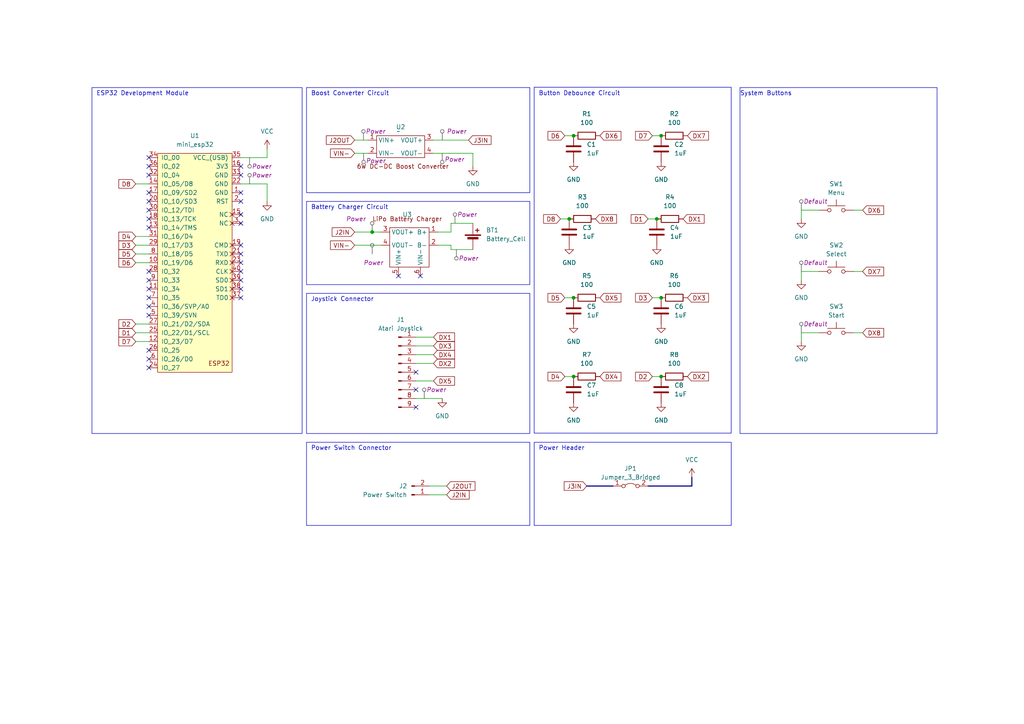
<source format=kicad_sch>
(kicad_sch (version 20231120) (generator "eeschema") (generator_version "8.0")
  (paper "A4")
  (title_block (title "Atari Joystick Adapter") (date "February 14, 2024") (rev "1.1") (company "12 Oranges Software") (comment 1 "Bluetooth adapter for single button Atari CX40 Joystick."))
  (lib_symbols
    (symbol "Atari Joystick Adapter Symbol Library:6W_Mini_Boost_Converter"
      (property "Reference" "U" (at 0 3.81 0))
      (symbol "6W_Mini_Boost_Converter_0_1"
        (rectangle (start -6.35 2.54) (end 7.62 -3.81))
      )
      (symbol "6W_Mini_Boost_Converter_1_1"
        (text "6W DC-DC Boost Converter" (at 1.27 -6.35 0) (effects (font (size 1.27 1.27))))
        (pin input line (at -8.89 1.27 0) (length 2.54) (name "VIN+") (number "1"))
        (pin input line (at -8.89 -2.54 0) (length 2.54) (name "VIN-") (number "2"))
        (pin output line (at 10.16 1.27 180) (length 2.54) (name "VOUT+") (number "3"))
        (pin output line (at 10.16 -2.54 180) (length 2.54) (name "VOUT-") (number "4"))
      )
    )
    (symbol "Atari Joystick Adapter Symbol Library:Battery_Cell" (pin_numbers hide) (pin_names (offset 0) hide)
      (property "Reference" "BT" (at 2.54 2.54 0))
      (property "Value" "Battery_Cell" (at 2.54 0 0))
      (symbol "Battery_Cell_0_1"
        (rectangle (start -2.286 1.778) (end 2.286 1.524) (fill (type outline)))
        (rectangle (start -1.524 1.016) (end 1.524 0.508) (fill (type outline)))
        (polyline (pts (xy 0 0.762) (xy 0 0)))
        (polyline (pts (xy 0 1.778) (xy 0 2.54)))
        (polyline (pts (xy 0.762 3.048) (xy 1.778 3.048)) (stroke (width 0.254)))
        (polyline (pts (xy 1.27 3.556) (xy 1.27 2.54)) (stroke (width 0.254)))
      )
      (symbol "Battery_Cell_1_1"
        (pin passive line (at 0 5.08 270) (length 2.54) (name "+") (number "1"))
        (pin passive line (at 0 -2.54 90) (length 2.54) (name "-") (number "2"))
      )
    )
    (symbol "Atari Joystick Adapter Symbol Library:C" (pin_numbers hide) (pin_names (offset 0.254))
      (property "Reference" "C" (at 0.635 2.54 0))
      (property "Value" "C" (at 0.635 -2.54 0))
      (symbol "C_0_1"
        (polyline (pts (xy -2.032 -0.762) (xy 2.032 -0.762)) (stroke (width 0.508)))
        (polyline (pts (xy -2.032 0.762) (xy 2.032 0.762)) (stroke (width 0.508)))
      )
      (symbol "C_1_1"
        (pin passive line (at 0 3.81 270) (length 2.794) (name "~") (number "1"))
        (pin passive line (at 0 -3.81 90) (length 2.794) (name "~") (number "2"))
      )
    )
    (symbol "Atari Joystick Adapter Symbol Library:Conn_01x02_Pin" (pin_names (offset 1.016) hide)
      (property "Reference" "J" (at 0 2.54 0))
      (property "Value" "Conn_01x02_Pin" (at 0 -5.08 0))
      (symbol "Conn_01x02_Pin_1_1"
        (polyline (pts (xy 1.27 -2.54) (xy 0.8636 -2.54)) (stroke (width 0.1524)))
        (polyline (pts (xy 1.27 0) (xy 0.8636 0)) (stroke (width 0.1524)))
        (rectangle (start 0.8636 -2.413) (end 0 -2.667) (stroke (width 0.1524)) (fill (type outline)))
        (rectangle (start 0.8636 0.127) (end 0 -0.127) (stroke (width 0.1524)) (fill (type outline)))
        (pin passive line (at 5.08 0 180) (length 3.81) (name "Pin_1") (number "1"))
        (pin passive line (at 5.08 -2.54 180) (length 3.81) (name "Pin_2") (number "2"))
      )
    )
    (symbol "Atari Joystick Adapter Symbol Library:Conn_01x09_Pin" (pin_names (offset 1.016) hide)
      (property "Reference" "J" (at 0 12.7 0))
      (property "Value" "Conn_01x09_Pin" (at 0 -12.7 0))
      (symbol "Conn_01x09_Pin_1_1"
        (polyline (pts (xy 1.27 -10.16) (xy 0.8636 -10.16)) (stroke (width 0.1524)))
        (polyline (pts (xy 1.27 -7.62) (xy 0.8636 -7.62)) (stroke (width 0.1524)))
        (polyline (pts (xy 1.27 -5.08) (xy 0.8636 -5.08)) (stroke (width 0.1524)))
        (polyline (pts (xy 1.27 -2.54) (xy 0.8636 -2.54)) (stroke (width 0.1524)))
        (polyline (pts (xy 1.27 0) (xy 0.8636 0)) (stroke (width 0.1524)))
        (polyline (pts (xy 1.27 2.54) (xy 0.8636 2.54)) (stroke (width 0.1524)))
        (polyline (pts (xy 1.27 5.08) (xy 0.8636 5.08)) (stroke (width 0.1524)))
        (polyline (pts (xy 1.27 7.62) (xy 0.8636 7.62)) (stroke (width 0.1524)))
        (polyline (pts (xy 1.27 10.16) (xy 0.8636 10.16)) (stroke (width 0.1524)))
        (rectangle (start 0.8636 -10.033) (end 0 -10.287) (stroke (width 0.1524)) (fill (type outline)))
        (rectangle (start 0.8636 -7.493) (end 0 -7.747) (stroke (width 0.1524)) (fill (type outline)))
        (rectangle (start 0.8636 -4.953) (end 0 -5.207) (stroke (width 0.1524)) (fill (type outline)))
        (rectangle (start 0.8636 -2.413) (end 0 -2.667) (stroke (width 0.1524)) (fill (type outline)))
        (rectangle (start 0.8636 0.127) (end 0 -0.127) (stroke (width 0.1524)) (fill (type outline)))
        (rectangle (start 0.8636 2.667) (end 0 2.413) (stroke (width 0.1524)) (fill (type outline)))
        (rectangle (start 0.8636 5.207) (end 0 4.953) (stroke (width 0.1524)) (fill (type outline)))
        (rectangle (start 0.8636 7.747) (end 0 7.493) (stroke (width 0.1524)) (fill (type outline)))
        (rectangle (start 0.8636 10.287) (end 0 10.033) (stroke (width 0.1524)) (fill (type outline)))
        (pin passive line (at 5.08 10.16 180) (length 3.81) (name "Pin_1") (number "1"))
        (pin passive line (at 5.08 7.62 180) (length 3.81) (name "Pin_2") (number "2"))
        (pin passive line (at 5.08 5.08 180) (length 3.81) (name "Pin_3") (number "3"))
        (pin passive line (at 5.08 2.54 180) (length 3.81) (name "Pin_4") (number "4"))
        (pin passive line (at 5.08 0 180) (length 3.81) (name "Pin_5") (number "5"))
        (pin passive line (at 5.08 -2.54 180) (length 3.81) (name "Pin_6") (number "6"))
        (pin passive line (at 5.08 -5.08 180) (length 3.81) (name "Pin_7") (number "7"))
        (pin passive line (at 5.08 -7.62 180) (length 3.81) (name "Pin_8") (number "8"))
        (pin passive line (at 5.08 -10.16 180) (length 3.81) (name "Pin_9") (number "9"))
      )
    )
    (symbol "Atari Joystick Adapter Symbol Library:GND" (power) (pin_names (offset 0))
      (property "Value" "GND" (at 0 -3.81 0))
      (symbol "GND_0_1"
        (polyline (pts (xy 0 0) (xy 0 -1.27) (xy 1.27 -1.27) (xy 0 -2.54) (xy -1.27 -1.27) (xy 0 -1.27)))
      )
      (symbol "GND_1_1"
        (pin power_in line (at 0 0 270) (length 0) hide (name "GND") (number "1"))
      )
    )
    (symbol "Atari Joystick Adapter Symbol Library:Jumper_2_Bridged" (pin_names (offset 0) hide)
      (property "Reference" "JP" (at 0 1.905 0))
      (property "Value" "Jumper_2_Bridged" (at 0 -2.54 0))
      (symbol "Jumper_2_Bridged_0_0"
        (circle (center -2.032 0) (radius 0.508))
        (circle (center 2.032 0) (radius 0.508))
      )
      (symbol "Jumper_2_Bridged_0_1"
        (arc (start 1.524 0.254) (mid 0 0.762) (end -1.524 0.254))
      )
      (symbol "Jumper_2_Bridged_1_1"
        (pin passive line (at -5.08 0 0) (length 2.54) (name "A") (number "1"))
        (pin passive line (at 5.08 0 180) (length 2.54) (name "B") (number "2"))
      )
    )
    (symbol "Atari Joystick Adapter Symbol Library:R" (pin_numbers hide) (pin_names (offset 0))
      (property "Reference" "R" (at 2.032 0 90))
      (property "Value" "R" (at 0 0 90))
      (symbol "R_0_1"
        (rectangle (start -1.016 -2.54) (end 1.016 2.54) (stroke (width 0.254)))
      )
      (symbol "R_1_1"
        (pin passive line (at 0 3.81 270) (length 1.27) (name "~") (number "1"))
        (pin passive line (at 0 -3.81 90) (length 1.27) (name "~") (number "2"))
      )
    )
    (symbol "Atari Joystick Adapter Symbol Library:SW_Push" (pin_numbers hide) (pin_names (offset 1.016) hide)
      (property "Reference" "SW" (at 1.27 2.54 0))
      (property "Value" "SW_Push" (at 0 -1.524 0))
      (symbol "SW_Push_0_1"
        (circle (center -2.032 0) (radius 0.508))
        (polyline (pts (xy 0 1.27) (xy 0 3.048)))
        (polyline (pts (xy 2.54 1.27) (xy -2.54 1.27)))
        (circle (center 2.032 0) (radius 0.508))
        (pin passive line (at -5.08 0 0) (length 2.54) (name "1") (number "1"))
        (pin passive line (at 5.08 0 180) (length 2.54) (name "2") (number "2"))
      )
    )
    (symbol "Atari Joystick Adapter Symbol Library:TP4056_TC4056_Lithium_Battery_Charger_Module_Board"
      (property "Reference" "U" (at 0 6.35 0))
      (symbol "TP4056_TC4056_Lithium_Battery_Charger_Module_Board_0_1"
        (rectangle (start -5.08 1.27) (end 6.35 -10.16))
      )
      (symbol "TP4056_TC4056_Lithium_Battery_Charger_Module_Board_1_1"
        (text "LiPo Battery Charger" (at 0 3.81 0) (effects (font (size 1.27 1.27))))
        (pin bidirectional line (at 8.89 0 180) (length 2.54) (name "B+") (number "1"))
        (pin bidirectional line (at 8.89 -3.81 180) (length 2.54) (name "B-") (number "2"))
        (pin output line (at -7.62 0 0) (length 2.54) (name "VOUT+") (number "3"))
        (pin output line (at -7.62 -3.81 0) (length 2.54) (name "VOUT-") (number "4"))
        (pin power_in line (at -2.54 -12.7 90) (length 2.54) (name "VIN+") (number "5"))
        (pin power_in line (at 3.81 -12.7 90) (length 2.54) (name "VIN-") (number "6"))
      )
    )
    (symbol "Atari Joystick Adapter Symbol Library:VCC" (power) (pin_names (offset 0))
      (property "Value" "VCC" (at 0 3.81 0))
      (symbol "VCC_0_1"
        (polyline (pts (xy -0.762 1.27) (xy 0 2.54)))
        (polyline (pts (xy 0 0) (xy 0 2.54)))
        (polyline (pts (xy 0 2.54) (xy 0.762 1.27)))
      )
      (symbol "VCC_1_1"
        (pin power_in line (at 0 0 90) (length 0) hide (name "VCC") (number "1"))
      )
    )
    (symbol "Atari Joystick Adapter Symbol Library:mini_esp32" (pin_names (offset 1.016))
      (property "Reference" "U" (at -7.62 -50.8 0))
      (property "Value" "mini_esp32" (at 5.08 -59.69 0))
      (symbol "mini_esp32_0_0"
        (text "ESP32" (at 7.62 -62.23 0) (effects (font (size 1.27 1.27))))
        (pin power_in line (at 13.97 -12.7 180) (length 2.54) (name "GND") (number "1"))
        (pin input line (at 13.97 -15.24 180) (length 2.54) (name "RST") (number "2"))
        (pin no_connect non_logic (at 13.97 -21.59 180) (length 2.54) (name "NC") (number "3"))
        (pin bidirectional line (at -12.7 -45.72 0) (length 2.54) (name "IO_36/SVP/A0") (number "4"))
        (pin bidirectional line (at -12.7 -48.26 0) (length 2.54) (name "IO_39/SVN") (number "5"))
      )
      (symbol "mini_esp32_0_1"
        (rectangle (start -10.16 -1.27) (end 11.43 -64.77) (fill (type background)))
      )
      (symbol "mini_esp32_1_1"
        (pin bidirectional line (at -12.7 -33.02 0) (length 2.54) (name "IO_19/D6") (number "10"))
        (pin bidirectional line (at -12.7 -40.64 0) (length 2.54) (name "IO_34") (number "11"))
        (pin bidirectional line (at -12.7 -55.88 0) (length 2.54) (name "IO_23/D7") (number "12"))
        (pin bidirectional line (at -12.7 -22.86 0) (length 2.54) (name "IO_14/TMS") (number "13"))
        (pin bidirectional line (at -12.7 -10.16 0) (length 2.54) (name "IO_05/D8") (number "14"))
        (pin no_connect non_logic (at 13.97 -19.05 180) (length 2.54) (name "NC") (number "15"))
        (pin power_in line (at 13.97 -5.08 180) (length 2.54) (name "3V3") (number "16"))
        (pin bidirectional line (at -12.7 -12.7 0) (length 2.54) (name "IO_09/SD2") (number "17"))
        (pin bidirectional line (at -12.7 -20.32 0) (length 2.54) (name "IO_13/TCK") (number "18"))
        (pin passive non_logic (at 13.97 -27.94 180) (length 2.54) (name "CMD") (number "19"))
        (pin bidirectional line (at -12.7 -15.24 0) (length 2.54) (name "IO_10/SD3") (number "20"))
        (pin passive non_logic (at 13.97 -30.48 180) (length 2.54) (name "TXD") (number "21"))
        (pin power_in line (at 13.97 -10.16 180) (length 2.54) (name "GND") (number "22"))
        (pin passive non_logic (at 13.97 -33.02 180) (length 2.54) (name "RXD") (number "23"))
        (pin bidirectional line (at -12.7 -63.5 0) (length 2.54) (name "IO_27") (number "24"))
        (pin bidirectional line (at -12.7 -53.34 0) (length 2.54) (name "IO_22/D1/SCL") (number "25"))
        (pin bidirectional line (at -12.7 -58.42 0) (length 2.54) (name "IO_25") (number "26"))
        (pin bidirectional line (at -12.7 -50.8 0) (length 2.54) (name "IO_21/D2/SDA") (number "27"))
        (pin bidirectional line (at -12.7 -35.56 0) (length 2.54) (name "IO_32") (number "28"))
        (pin bidirectional line (at -12.7 -27.94 0) (length 2.54) (name "IO_17/D3") (number "29"))
        (pin bidirectional line (at -12.7 -17.78 0) (length 2.54) (name "IO_12/TDI") (number "30"))
        (pin bidirectional line (at -12.7 -25.4 0) (length 2.54) (name "IO_16/D4") (number "31"))
        (pin bidirectional line (at -12.7 -7.62 0) (length 2.54) (name "IO_04") (number "32"))
        (pin power_in line (at 13.97 -7.62 180) (length 2.54) (name "GND") (number "33"))
        (pin bidirectional line (at -12.7 -2.54 0) (length 2.54) (name "IO_00") (number "34"))
        (pin power_in line (at 13.97 -2.54 180) (length 2.54) (name "VCC_(USB)") (number "35"))
        (pin bidirectional line (at -12.7 -5.08 0) (length 2.54) (name "IO_02") (number "36"))
        (pin passive non_logic (at 13.97 -43.18 180) (length 2.54) (name "TD0") (number "37"))
        (pin passive non_logic (at 13.97 -40.64 180) (length 2.54) (name "SD1") (number "38"))
        (pin passive non_logic (at 13.97 -38.1 180) (length 2.54) (name "SD0") (number "39"))
        (pin passive non_logic (at 13.97 -35.56 180) (length 2.54) (name "CLK") (number "40"))
        (pin bidirectional line (at -12.7 -60.96 0) (length 2.54) (name "IO_26/D0") (number "6"))
        (pin bidirectional line (at -12.7 -43.18 0) (length 2.54) (name "IO_35") (number "7"))
        (pin bidirectional line (at -12.7 -30.48 0) (length 2.54) (name "IO_18/D5") (number "8"))
        (pin bidirectional line (at -12.7 -38.1 0) (length 2.54) (name "IO_33") (number "9"))
      )
    )
  )
  (junction (at 107.95 67.31))
  (junction (at 166.37 109.22))
  (junction (at 166.37 39.37))
  (junction (at 191.77 86.36))
  (junction (at 191.77 39.37))
  (junction (at 190.5 63.5))
  (junction (at 166.37 86.36))
  (junction (at 191.77 109.22))
  (junction (at 165.1 63.5))
  (no_connect (at 43.18 78.74))
  (no_connect (at 43.18 101.6))
  (no_connect (at 69.85 83.82))
  (no_connect (at 43.18 66.04))
  (no_connect (at 43.18 60.96))
  (no_connect (at 69.85 48.26))
  (no_connect (at 43.18 86.36))
  (no_connect (at 43.18 58.42))
  (no_connect (at 69.85 71.12))
  (no_connect (at 43.18 63.5))
  (no_connect (at 69.85 76.2))
  (no_connect (at 43.18 45.72))
  (no_connect (at 69.85 62.23))
  (no_connect (at 43.18 55.88))
  (no_connect (at 69.85 64.77))
  (no_connect (at 120.65 118.11))
  (no_connect (at 120.65 107.95))
  (no_connect (at 43.18 83.82))
  (no_connect (at 43.18 106.68))
  (no_connect (at 121.92 80.01))
  (no_connect (at 43.18 81.28))
  (no_connect (at 43.18 48.26))
  (no_connect (at 43.18 88.9))
  (no_connect (at 69.85 58.42))
  (no_connect (at 69.85 50.8))
  (no_connect (at 43.18 91.44))
  (no_connect (at 69.85 78.74))
  (no_connect (at 120.65 113.03))
  (no_connect (at 43.18 104.14))
  (no_connect (at 43.18 50.8))
  (no_connect (at 69.85 81.28))
  (no_connect (at 69.85 73.66))
  (no_connect (at 115.57 80.01))
  (no_connect (at 69.85 86.36))
  (no_connect (at 69.85 55.88))
  (wire (pts (xy 120.65 110.49) (xy 125.73 110.49)))
  (wire (pts (xy 187.96 63.5) (xy 190.5 63.5)))
  (wire (pts (xy 39.37 53.34) (xy 43.18 53.34)))
  (wire (pts (xy 77.47 53.34) (xy 77.47 58.42)))
  (wire (pts (xy 137.16 44.45) (xy 137.16 48.26)))
  (wire (pts (xy 247.65 78.74) (xy 250.19 78.74)))
  (wire (pts (xy 237.49 60.96) (xy 232.41 60.96)))
  (wire (pts (xy 130.81 64.77) (xy 137.16 64.77)))
  (wire (pts (xy 124.46 140.97) (xy 129.54 140.97)))
  (wire (pts (xy 130.81 71.12) (xy 130.81 72.39)))
  (wire (pts (xy 237.49 78.74) (xy 232.41 78.74)))
  (wire (pts (xy 102.87 71.12) (xy 110.49 71.12)))
  (wire (pts (xy 130.81 72.39) (xy 137.16 72.39)))
  (wire (pts (xy 232.41 96.52) (xy 232.41 99.06)))
  (wire (pts (xy 125.73 44.45) (xy 137.16 44.45)))
  (wire (pts (xy 130.81 67.31) (xy 130.81 64.77)))
  (wire (pts (xy 77.47 43.18) (xy 77.47 45.72)))
  (wire (pts (xy 120.65 102.87) (xy 125.73 102.87)))
  (wire (pts (xy 232.41 60.96) (xy 232.41 63.5)))
  (wire (pts (xy 39.37 73.66) (xy 43.18 73.66)))
  (wire (pts (xy 39.37 96.52) (xy 43.18 96.52)))
  (wire (pts (xy 69.85 45.72) (xy 77.47 45.72)))
  (wire (pts (xy 102.87 67.31) (xy 107.95 67.31)))
  (wire (pts (xy 247.65 96.52) (xy 250.19 96.52)))
  (bus (pts (xy 170.18 140.97) (xy 177.8 140.97)))
  (wire (pts (xy 124.46 143.51) (xy 129.54 143.51)))
  (wire (pts (xy 127 67.31) (xy 130.81 67.31)))
  (wire (pts (xy 189.23 39.37) (xy 191.77 39.37)))
  (wire (pts (xy 107.95 67.31) (xy 110.49 67.31)))
  (wire (pts (xy 120.65 115.57) (xy 128.27 115.57)))
  (wire (pts (xy 120.65 97.79) (xy 125.73 97.79)))
  (wire (pts (xy 247.65 60.96) (xy 250.19 60.96)))
  (wire (pts (xy 163.83 86.36) (xy 166.37 86.36)))
  (wire (pts (xy 39.37 71.12) (xy 43.18 71.12)))
  (wire (pts (xy 125.73 40.64) (xy 135.89 40.64)))
  (wire (pts (xy 189.23 86.36) (xy 191.77 86.36)))
  (wire (pts (xy 39.37 93.98) (xy 43.18 93.98)))
  (wire (pts (xy 189.23 109.22) (xy 191.77 109.22)))
  (wire (pts (xy 102.87 40.64) (xy 106.68 40.64)))
  (wire (pts (xy 162.56 63.5) (xy 165.1 63.5)))
  (wire (pts (xy 163.83 109.22) (xy 166.37 109.22)))
  (wire (pts (xy 237.49 96.52) (xy 232.41 96.52)))
  (bus (pts (xy 200.66 138.43) (xy 200.66 140.97)))
  (wire (pts (xy 39.37 76.2) (xy 43.18 76.2)))
  (wire (pts (xy 77.47 53.34) (xy 69.85 53.34)))
  (wire (pts (xy 39.37 68.58) (xy 43.18 68.58)))
  (wire (pts (xy 163.83 39.37) (xy 166.37 39.37)))
  (wire (pts (xy 120.65 105.41) (xy 125.73 105.41)))
  (wire (pts (xy 107.95 66.04) (xy 107.95 67.31)))
  (wire (pts (xy 120.65 100.33) (xy 125.73 100.33)))
  (wire (pts (xy 39.37 99.06) (xy 43.18 99.06)))
  (wire (pts (xy 232.41 78.74) (xy 232.41 81.28)))
  (wire (pts (xy 127 71.12) (xy 130.81 71.12)))
  (bus (pts (xy 187.96 140.97) (xy 200.66 140.97)))
  (wire (pts (xy 102.87 44.45) (xy 106.68 44.45)))
  (rectangle (start 214.63 25.4) (end 271.78 125.73))
  (rectangle (start 26.67 25.4) (end 87.63 125.73))
  (rectangle (start 154.94 128.27) (end 212.09 152.4))
  (rectangle (start 88.9 58.42) (end 153.67 82.55))
  (rectangle (start 88.9 128.27) (end 153.67 152.4))
  (rectangle (start 88.9 25.4) (end 153.67 55.88))
  (rectangle (start 88.9 85.09) (end 153.67 125.73))
  (rectangle (start 154.9273 25.2993) (end 212.0773 125.6293))
  (text "Button Debounce Circuit" (at 156.21 27.94 0) (effects (font (size 1.27 1.27)) (justify left bottom)))
  (text "ESP32 Development Module" (at 27.94 27.94 0) (effects (font (size 1.27 1.27)) (justify left bottom)))
  (text "System Buttons" (at 214.63 27.94 0) (effects (font (size 1.27 1.27)) (justify left bottom)))
  (text "Boost Converter Circuit" (at 90.17 27.94 0) (effects (font (size 1.27 1.27)) (justify left bottom)))
  (text "Power Header" (at 156.21 130.81 0) (effects (font (size 1.27 1.27)) (justify left bottom)))
  (text "Battery Charger Circuit" (at 90.17 60.96 0) (effects (font (size 1.27 1.27)) (justify left bottom)))
  (text "Joystick Connector" (at 90.17 87.63 0) (effects (font (size 1.27 1.27)) (justify left bottom)))
  (text "Power Switch Connector" (at 90.17 130.81 0) (effects (font (size 1.27 1.27)) (justify left bottom)))
  (global_label "DX1" (shape input) (at 198.12 63.5 0) (property "Intersheetrefs" "${INTERSHEET_REFS}" (effects (hide yes))))
  (global_label "J3IN" (shape input) (at 135.89 40.64 0) (property "Intersheetrefs" "${INTERSHEET_REFS}" (effects (hide yes))))
  (global_label "D7" (shape input) (at 189.23 39.37 180) (property "Intersheetrefs" "${INTERSHEET_REFS}" (effects (hide yes))))
  (global_label "DX7" (shape input) (at 199.39 39.37 0) (property "Intersheetrefs" "${INTERSHEET_REFS}" (effects (hide yes))))
  (global_label "D4" (shape input) (at 39.37 68.58 180) (property "Intersheetrefs" "${INTERSHEET_REFS}" (effects (hide yes))))
  (global_label "J2OUT" (shape input) (at 129.54 140.97 0) (property "Intersheetrefs" "${INTERSHEET_REFS}" (effects (hide yes))))
  (global_label "J2OUT" (shape input) (at 102.87 40.64 180) (property "Intersheetrefs" "${INTERSHEET_REFS}" (effects (hide yes))))
  (global_label "J2IN" (shape input) (at 102.87 67.31 180) (property "Intersheetrefs" "${INTERSHEET_REFS}" (effects (hide yes))))
  (global_label "D7" (shape input) (at 39.37 99.06 180) (property "Intersheetrefs" "${INTERSHEET_REFS}" (effects (hide yes))))
  (global_label "D1" (shape input) (at 39.37 96.52 180) (property "Intersheetrefs" "${INTERSHEET_REFS}" (effects (hide yes))))
  (global_label "DX2" (shape input) (at 199.39 109.22 0) (property "Intersheetrefs" "${INTERSHEET_REFS}" (effects (hide yes))))
  (global_label "DX6" (shape input) (at 173.99 39.37 0) (property "Intersheetrefs" "${INTERSHEET_REFS}" (effects (hide yes))))
  (global_label "DX7" (shape input) (at 250.19 78.74 0) (property "Intersheetrefs" "${INTERSHEET_REFS}" (effects (hide yes))))
  (global_label "DX1" (shape input) (at 125.73 97.79 0) (property "Intersheetrefs" "${INTERSHEET_REFS}" (effects (hide yes))))
  (global_label "DX3" (shape input) (at 125.73 100.33 0) (property "Intersheetrefs" "${INTERSHEET_REFS}" (effects (hide yes))))
  (global_label "VIN-" (shape input) (at 102.87 71.12 180) (property "Intersheetrefs" "${INTERSHEET_REFS}" (effects (hide yes))))
  (global_label "DX5" (shape input) (at 125.73 110.49 0) (property "Intersheetrefs" "${INTERSHEET_REFS}" (effects (hide yes))))
  (global_label "D3" (shape input) (at 189.23 86.36 180) (property "Intersheetrefs" "${INTERSHEET_REFS}" (effects (hide yes))))
  (global_label "DX4" (shape input) (at 173.99 109.22 0) (property "Intersheetrefs" "${INTERSHEET_REFS}" (effects (hide yes))))
  (global_label "D2" (shape input) (at 39.37 93.98 180) (property "Intersheetrefs" "${INTERSHEET_REFS}" (effects (hide yes))))
  (global_label "DX8" (shape input) (at 250.19 96.52 0) (property "Intersheetrefs" "${INTERSHEET_REFS}" (effects (hide yes))))
  (global_label "D2" (shape input) (at 189.23 109.22 180) (property "Intersheetrefs" "${INTERSHEET_REFS}" (effects (hide yes))))
  (global_label "J3IN" (shape input) (at 170.18 140.97 180) (property "Intersheetrefs" "${INTERSHEET_REFS}" (effects (hide yes))))
  (global_label "VIN-" (shape input) (at 102.87 44.45 180) (property "Intersheetrefs" "${INTERSHEET_REFS}" (effects (hide yes))))
  (global_label "D8" (shape input) (at 162.56 63.5 180) (property "Intersheetrefs" "${INTERSHEET_REFS}" (effects (hide yes))))
  (global_label "DX2" (shape input) (at 125.73 105.41 0) (property "Intersheetrefs" "${INTERSHEET_REFS}" (effects (hide yes))))
  (global_label "D1" (shape input) (at 187.96 63.5 180) (property "Intersheetrefs" "${INTERSHEET_REFS}" (effects (hide yes))))
  (global_label "D8" (shape input) (at 39.37 53.34 180) (property "Intersheetrefs" "${INTERSHEET_REFS}" (effects (hide yes))))
  (global_label "D6" (shape input) (at 163.83 39.37 180) (property "Intersheetrefs" "${INTERSHEET_REFS}" (effects (hide yes))))
  (global_label "DX6" (shape input) (at 250.19 60.96 0) (property "Intersheetrefs" "${INTERSHEET_REFS}" (effects (hide yes))))
  (global_label "DX3" (shape input) (at 199.39 86.36 0) (property "Intersheetrefs" "${INTERSHEET_REFS}" (effects (hide yes))))
  (global_label "D4" (shape input) (at 163.83 109.22 180) (property "Intersheetrefs" "${INTERSHEET_REFS}" (effects (hide yes))))
  (global_label "D5" (shape input) (at 39.37 73.66 180) (property "Intersheetrefs" "${INTERSHEET_REFS}" (effects (hide yes))))
  (global_label "DX5" (shape input) (at 173.99 86.36 0) (property "Intersheetrefs" "${INTERSHEET_REFS}" (effects (hide yes))))
  (global_label "D5" (shape input) (at 163.83 86.36 180) (property "Intersheetrefs" "${INTERSHEET_REFS}" (effects (hide yes))))
  (global_label "D6" (shape input) (at 39.37 76.2 180) (property "Intersheetrefs" "${INTERSHEET_REFS}" (effects (hide yes))))
  (global_label "DX4" (shape input) (at 125.73 102.87 0) (property "Intersheetrefs" "${INTERSHEET_REFS}" (effects (hide yes))))
  (global_label "DX8" (shape input) (at 172.72 63.5 0) (property "Intersheetrefs" "${INTERSHEET_REFS}" (effects (hide yes))))
  (global_label "D3" (shape input) (at 39.37 71.12 180) (property "Intersheetrefs" "${INTERSHEET_REFS}" (effects (hide yes))))
  (global_label "J2IN" (shape input) (at 129.54 143.51 0) (property "Intersheetrefs" "${INTERSHEET_REFS}" (effects (hide yes))))
  (netclass_flag "" (length 2.54) (shape round) (at 107.95 73.66 0) (property "Netclass" "Power" (at 105.41 76.2 0) (effects (font (italic yes)) (justify left))))
  (netclass_flag "" (length 2.54) (shape round) (at 132.376 72.39 180) (property "Netclass" "Power" (at 132.9856 74.93 0) (effects (font (italic yes)) (justify left))))
  (netclass_flag "" (length 2.54) (shape round) (at 105.41 40.64 0) (property "Netclass" "Power" (at 106.0196 38.1 0) (effects (font (italic yes)) (justify left))))
  (netclass_flag "" (length 2.54) (shape round) (at 72.39 45.72 180) (property "Netclass" "Power" (at 72.9996 48.26 0) (effects (font (italic yes)) (justify left))))
  (netclass_flag "" (length 2.54) (shape round) (at 232.41 60.96 0) (property "Netclass" "Default" (at 233.0196 58.42 0) (effects (font (italic yes)) (justify left))))
  (netclass_flag "" (length 2.54) (shape round) (at 123.0455 115.57 0) (property "Netclass" "Power" (at 123.6551 113.03 0) (effects (font (italic yes)) (justify left))))
  (netclass_flag "" (length 2.54) (shape round) (at 72.39 53.34 0) (property "Netclass" "Power" (at 72.9996 50.8 0) (effects (font (italic yes)) (justify left))))
  (netclass_flag "" (length 2.54) (shape round) (at 232.41 78.74 0) (property "Netclass" "Default" (at 233.0196 76.2 0) (effects (font (italic yes)) (justify left))))
  (netclass_flag "" (length 2.54) (shape round) (at 128.27 40.64 0) (property "Netclass" "Power" (at 129.54 38.1 0) (effects (font (italic yes)) (justify left))))
  (netclass_flag "" (length 2.54) (shape round) (at 107.95 67.31 0) (property "Netclass" "Power" (at 100.33 63.5 0) (effects (font (italic yes)) (justify left))))
  (netclass_flag "" (length 2.54) (shape round) (at 128.2618 44.45 180) (property "Netclass" "Power" (at 128.9113 46.2204 0) (effects (font (italic yes)) (justify left))))
  (netclass_flag "" (length 2.54) (shape round) (at 105.4571 44.45 180) (property "Netclass" "Power" (at 106.0939 46.6363 0) (effects (font (italic yes)) (justify left))))
  (netclass_flag "" (length 2.54) (shape round) (at 232.41 96.52 0) (property "Netclass" "Default" (at 233.0196 93.98 0) (effects (font (italic yes)) (justify left))))
  (netclass_flag "" (length 2.54) (shape round) (at 131.9581 64.77 0) (property "Netclass" "Power" (at 132.5677 62.23 0) (effects (font (italic yes)) (justify left))))
  (symbol (lib_id "Atari Joystick Adapter Symbol Library:GND") (at 166.37 46.99 0) (unit 1)
    (property "Reference" "#PWR09" (effects (hide yes)))
    (property "Value" "GND" (at 166.37 52.07 0))
  )
  (symbol (lib_id "Atari Joystick Adapter Symbol Library:R") (at 195.58 109.22 90) (unit 1)
    (property "Reference" "R8" (at 195.58 102.87 90))
    (property "Value" "100" (at 195.58 105.41 90))
    (property "Footprint" "Resistor_THT:R_Axial_DIN0207_L6.3mm_D2.5mm_P10.16mm_Horizontal" (effects (hide yes)))
  )
  (symbol (lib_id "Atari Joystick Adapter Symbol Library:GND") (at 137.16 48.26 0) (unit 1)
    (property "Reference" "#PWR05" (effects (hide yes)))
    (property "Value" "GND" (at 137.16 53.34 0))
  )
  (symbol (lib_id "Atari Joystick Adapter Symbol Library:GND") (at 190.5 71.12 0) (unit 1)
    (property "Reference" "#PWR07" (effects (hide yes)))
    (property "Value" "GND" (at 190.5 76.2 0))
  )
  (symbol (lib_id "Atari Joystick Adapter Symbol Library:R") (at 170.18 109.22 90) (unit 1)
    (property "Reference" "R7" (at 170.18 102.87 90))
    (property "Value" "100" (at 170.18 105.41 90))
    (property "Footprint" "Resistor_THT:R_Axial_DIN0207_L6.3mm_D2.5mm_P10.16mm_Horizontal" (effects (hide yes)))
  )
  (symbol (lib_id "Atari Joystick Adapter Symbol Library:C") (at 191.77 113.03 0) (unit 1)
    (property "Reference" "C8" (at 195.58 111.76 0) (effects (justify left)))
    (property "Value" "1uF" (at 195.58 114.3 0) (effects (justify left)))
    (property "Footprint" "Capacitor_THT:C_Disc_D4.3mm_W1.9mm_P5.00mm" (effects (hide yes)))
  )
  (symbol (lib_id "Atari Joystick Adapter Symbol Library:GND") (at 77.47 58.42 0) (unit 1)
    (property "Reference" "#PWR02" (effects (hide yes)))
    (property "Value" "GND" (at 77.47 63.5 0))
  )
  (symbol (lib_id "Atari Joystick Adapter Symbol Library:C") (at 166.37 43.18 0) (unit 1)
    (property "Reference" "C1" (at 170.18 41.91 0) (effects (justify left)))
    (property "Value" "1uF" (at 170.18 44.45 0) (effects (justify left)))
    (property "Footprint" "Capacitor_THT:C_Disc_D4.3mm_W1.9mm_P5.00mm" (effects (hide yes)))
  )
  (symbol (lib_id "Atari Joystick Adapter Symbol Library:Conn_01x02_Pin") (at 119.38 143.51 0) (mirror x) (unit 1)
    (property "Reference" "J2" (at 118.11 140.97 0) (effects (justify right)))
    (property "Value" "Power Switch" (at 118.11 143.51 0) (effects (justify right)))
    (property "Footprint" "Connector_JST:JST_EH_B2B-EH-A_1x02_P2.50mm_Vertical" (effects (hide yes)))
  )
  (symbol (lib_id "Atari Joystick Adapter Symbol Library:R") (at 170.18 39.37 90) (unit 1)
    (property "Reference" "R1" (at 170.18 33.02 90))
    (property "Value" "100" (at 170.18 35.56 90))
    (property "Footprint" "Resistor_THT:R_Axial_DIN0207_L6.3mm_D2.5mm_P10.16mm_Horizontal" (effects (hide yes)))
  )
  (symbol (lib_id "Atari Joystick Adapter Symbol Library:C") (at 190.5 67.31 0) (unit 1)
    (property "Reference" "C4" (at 194.31 66.04 0) (effects (justify left)))
    (property "Value" "1uF" (at 194.31 68.58 0) (effects (justify left)))
    (property "Footprint" "Capacitor_THT:C_Disc_D4.3mm_W1.9mm_P5.00mm" (effects (hide yes)))
  )
  (symbol (lib_id "Atari Joystick Adapter Symbol Library:R") (at 195.58 39.37 90) (unit 1)
    (property "Reference" "R2" (at 195.58 33.02 90))
    (property "Value" "100" (at 195.58 35.56 90))
    (property "Footprint" "Resistor_THT:R_Axial_DIN0207_L6.3mm_D2.5mm_P10.16mm_Horizontal" (effects (hide yes)))
  )
  (symbol (lib_id "Atari Joystick Adapter Symbol Library:SW_Push") (at 242.57 96.52 0) (unit 1)
    (property "Reference" "SW3" (at 242.57 88.9 0))
    (property "Value" "Start" (at 242.57 91.44 0))
    (property "Footprint" "Button_Switch_THT:SW_PUSH-12mm" (effects (hide yes)))
  )
  (symbol (lib_id "Atari Joystick Adapter Symbol Library:GND") (at 232.41 81.28 0) (unit 1)
    (property "Reference" "#PWR015" (effects (hide yes)))
    (property "Value" "GND" (at 232.41 86.36 0))
  )
  (symbol (lib_id "Atari Joystick Adapter Symbol Library:GND") (at 191.77 46.99 0) (unit 1)
    (property "Reference" "#PWR08" (effects (hide yes)))
    (property "Value" "GND" (at 191.77 52.07 0))
  )
  (symbol (lib_id "Atari Joystick Adapter Symbol Library:GND") (at 166.37 93.98 0) (unit 1)
    (property "Reference" "#PWR06" (effects (hide yes)))
    (property "Value" "GND" (at 166.37 99.06 0))
  )
  (symbol (lib_id "Atari Joystick Adapter Symbol Library:TP4056_TC4056_Lithium_Battery_Charger_Module_Board") (at 118.11 67.31 0) (unit 1)
    (property "Reference" "U3" (at 118.11 62.23 0))
    (property "Value" "~" (at 119.38 67.31 0))
    (property "Footprint" "Library:LiPo Battery Charger Circuit" (effects (hide yes)))
  )
  (symbol (lib_id "Atari Joystick Adapter Symbol Library:VCC") (at 200.66 138.43 0) (unit 1)
    (property "Reference" "#PWR03" (effects (hide yes)))
    (property "Value" "VCC" (at 200.66 133.35 0))
  )
  (symbol (lib_id "Atari Joystick Adapter Symbol Library:6W_Mini_Boost_Converter") (at 115.57 41.91 0) (unit 1)
    (property "Reference" "U2" (at 116.205 36.83 0))
    (property "Value" "~" (at 115.57 38.1 0))
    (property "Footprint" "Library:6W DC-DC Boost Converter" (effects (hide yes)))
  )
  (symbol (lib_id "Atari Joystick Adapter Symbol Library:mini_esp32") (at 55.88 43.18 0) (unit 1)
    (property "Reference" "U1" (at 56.515 39.37 0))
    (property "Value" "mini_esp32" (at 56.515 41.91 0))
    (property "Footprint" "ESP32_mini_KiCad_Library-master:ESP32_mini" (effects (hide yes)))
  )
  (symbol (lib_id "Atari Joystick Adapter Symbol Library:R") (at 195.58 86.36 90) (unit 1)
    (property "Reference" "R6" (at 195.58 80.01 90))
    (property "Value" "100" (at 195.58 82.55 90))
    (property "Footprint" "Resistor_THT:R_Axial_DIN0207_L6.3mm_D2.5mm_P10.16mm_Horizontal" (effects (hide yes)))
  )
  (symbol (lib_id "Atari Joystick Adapter Symbol Library:VCC") (at 77.47 43.18 0) (unit 1)
    (property "Reference" "#PWR01" (effects (hide yes)))
    (property "Value" "VCC" (at 77.47 38.1 0))
  )
  (symbol (lib_id "Atari Joystick Adapter Symbol Library:Battery_Cell") (at 137.16 69.85 0) (unit 1)
    (property "Reference" "BT1" (at 140.97 66.7385 0) (effects (justify left)))
    (property "Value" "Battery_Cell" (at 140.97 69.2785 0) (effects (justify left)))
    (property "Footprint" "Battery:BatteryHolder_BH-18650" (effects (hide yes)))
  )
  (symbol (lib_id "Atari Joystick Adapter Symbol Library:GND") (at 128.27 115.57 0) (unit 1)
    (property "Reference" "#PWR04" (effects (hide yes)))
    (property "Value" "GND" (at 128.27 120.65 0))
  )
  (symbol (lib_id "Atari Joystick Adapter Symbol Library:R") (at 194.31 63.5 90) (unit 1)
    (property "Reference" "R4" (at 194.31 57.15 90))
    (property "Value" "100" (at 194.31 59.69 90))
    (property "Footprint" "Resistor_THT:R_Axial_DIN0207_L6.3mm_D2.5mm_P10.16mm_Horizontal" (effects (hide yes)))
  )
  (symbol (lib_id "Atari Joystick Adapter Symbol Library:C") (at 166.37 113.03 0) (unit 1)
    (property "Reference" "C7" (at 170.18 111.76 0) (effects (justify left)))
    (property "Value" "1uF" (at 170.18 114.3 0) (effects (justify left)))
    (property "Footprint" "Capacitor_THT:C_Disc_D4.3mm_W1.9mm_P5.00mm" (effects (hide yes)))
  )
  (symbol (lib_id "Atari Joystick Adapter Symbol Library:R") (at 168.91 63.5 90) (unit 1)
    (property "Reference" "R3" (at 168.91 57.15 90))
    (property "Value" "100" (at 168.91 59.69 90))
    (property "Footprint" "Resistor_THT:R_Axial_DIN0207_L6.3mm_D2.5mm_P10.16mm_Horizontal" (effects (hide yes)))
  )
  (symbol (lib_id "Atari Joystick Adapter Symbol Library:Jumper_2_Bridged") (at 182.88 140.97 0) (unit 1)
    (property "Reference" "JP1" (at 182.88 135.89 0))
    (property "Value" "Jumper_3_Bridged" (at 182.88 138.43 0))
    (property "Footprint" "Connector_PinSocket_2.54mm:PinSocket_1x02_P2.54mm_Vertical" (effects (hide yes)))
  )
  (symbol (lib_id "Atari Joystick Adapter Symbol Library:GND") (at 232.41 63.5 0) (unit 1)
    (property "Reference" "#PWR016" (effects (hide yes)))
    (property "Value" "GND" (at 232.41 68.58 0))
  )
  (symbol (lib_id "Atari Joystick Adapter Symbol Library:Conn_01x09_Pin") (at 115.57 107.95 0) (unit 1)
    (property "Reference" "J1" (at 116.205 92.71 0))
    (property "Value" "Atari Joystick" (at 116.205 95.25 0))
    (property "Footprint" "Atari:Atari 9Pin Joystick Connector" (effects (hide yes)))
  )
  (symbol (lib_id "Atari Joystick Adapter Symbol Library:GND") (at 232.41 99.06 0) (unit 1)
    (property "Reference" "#PWR014" (effects (hide yes)))
    (property "Value" "GND" (at 232.41 104.14 0))
  )
  (symbol (lib_id "Atari Joystick Adapter Symbol Library:GND") (at 191.77 116.84 0) (unit 1)
    (property "Reference" "#PWR013" (effects (hide yes)))
    (property "Value" "GND" (at 191.77 121.92 0))
  )
  (symbol (lib_id "Atari Joystick Adapter Symbol Library:C") (at 166.37 90.17 0) (unit 1)
    (property "Reference" "C5" (at 170.18 88.9 0) (effects (justify left)))
    (property "Value" "1uF" (at 170.18 91.44 0) (effects (justify left)))
    (property "Footprint" "Capacitor_THT:C_Disc_D4.3mm_W1.9mm_P5.00mm" (effects (hide yes)))
  )
  (symbol (lib_id "Atari Joystick Adapter Symbol Library:GND") (at 166.37 116.84 0) (unit 1)
    (property "Reference" "#PWR012" (effects (hide yes)))
    (property "Value" "GND" (at 166.37 121.92 0))
  )
  (symbol (lib_id "Atari Joystick Adapter Symbol Library:SW_Push") (at 242.57 78.74 0) (unit 1)
    (property "Reference" "SW2" (at 242.57 71.12 0))
    (property "Value" "Select" (at 242.57 73.66 0))
    (property "Footprint" "Button_Switch_THT:SW_PUSH-12mm" (effects (hide yes)))
  )
  (symbol (lib_id "Atari Joystick Adapter Symbol Library:R") (at 170.18 86.36 90) (unit 1)
    (property "Reference" "R5" (at 170.18 80.01 90))
    (property "Value" "100" (at 170.18 82.55 90))
    (property "Footprint" "Resistor_THT:R_Axial_DIN0207_L6.3mm_D2.5mm_P10.16mm_Horizontal" (effects (hide yes)))
  )
  (symbol (lib_id "Atari Joystick Adapter Symbol Library:GND") (at 165.1 71.12 0) (unit 1)
    (property "Reference" "#PWR010" (effects (hide yes)))
    (property "Value" "GND" (at 165.1 76.2 0))
  )
  (symbol (lib_id "Atari Joystick Adapter Symbol Library:SW_Push") (at 242.57 60.96 0) (unit 1)
    (property "Reference" "SW1" (at 242.57 53.34 0))
    (property "Value" "Menu" (at 242.57 55.88 0))
    (property "Footprint" "Button_Switch_THT:SW_PUSH-12mm" (effects (hide yes)))
  )
  (symbol (lib_id "Atari Joystick Adapter Symbol Library:GND") (at 191.77 93.98 0) (unit 1)
    (property "Reference" "#PWR011" (effects (hide yes)))
    (property "Value" "GND" (at 191.77 99.06 0))
  )
  (symbol (lib_id "Atari Joystick Adapter Symbol Library:C") (at 191.77 43.18 0) (unit 1)
    (property "Reference" "C2" (at 195.58 41.91 0) (effects (justify left)))
    (property "Value" "1uF" (at 195.58 44.45 0) (effects (justify left)))
    (property "Footprint" "Capacitor_THT:C_Disc_D4.3mm_W1.9mm_P5.00mm" (effects (hide yes)))
  )
  (symbol (lib_id "Atari Joystick Adapter Symbol Library:C") (at 191.77 90.17 0) (unit 1)
    (property "Reference" "C6" (at 195.58 88.9 0) (effects (justify left)))
    (property "Value" "1uF" (at 195.58 91.44 0) (effects (justify left)))
    (property "Footprint" "Capacitor_THT:C_Disc_D4.3mm_W1.9mm_P5.00mm" (effects (hide yes)))
  )
  (symbol (lib_id "Atari Joystick Adapter Symbol Library:C") (at 165.1 67.31 0) (unit 1)
    (property "Reference" "C3" (at 168.91 66.04 0) (effects (justify left)))
    (property "Value" "1uF" (at 168.91 68.58 0) (effects (justify left)))
    (property "Footprint" "Capacitor_THT:C_Disc_D4.3mm_W1.9mm_P5.00mm" (effects (hide yes)))
  )
)
</source>
